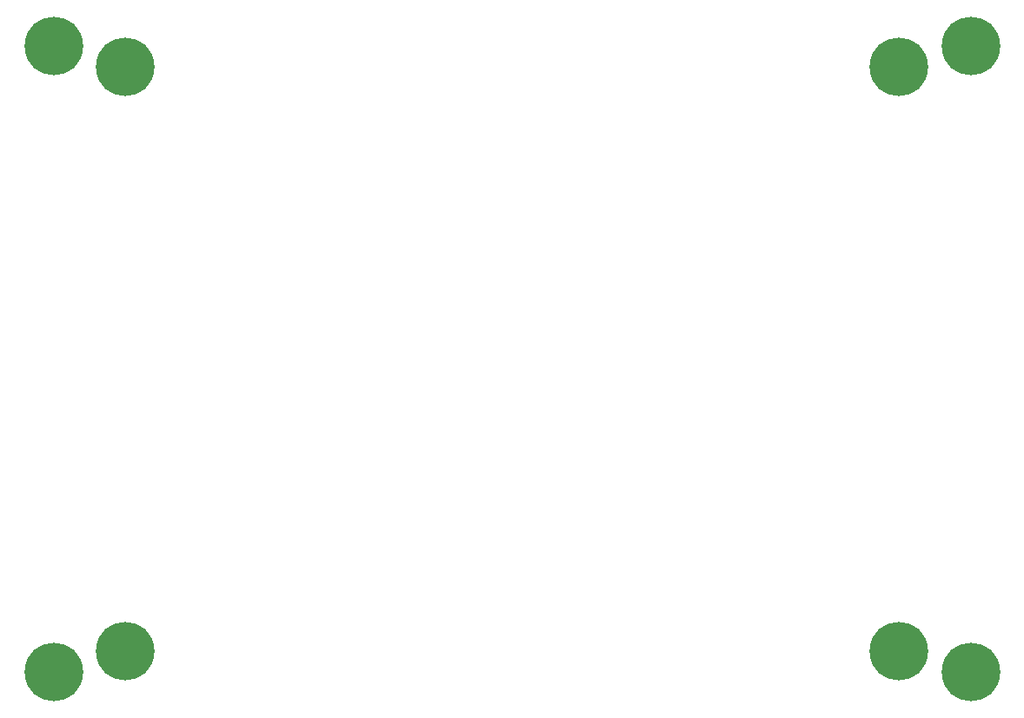
<source format=gbr>
G04 #@! TF.GenerationSoftware,KiCad,Pcbnew,(5.1.7)-1*
G04 #@! TF.CreationDate,2020-12-29T17:01:12+00:00*
G04 #@! TF.ProjectId,Panel,50616e65-6c2e-46b6-9963-61645f706362,rev?*
G04 #@! TF.SameCoordinates,Original*
G04 #@! TF.FileFunction,Soldermask,Top*
G04 #@! TF.FilePolarity,Negative*
%FSLAX46Y46*%
G04 Gerber Fmt 4.6, Leading zero omitted, Abs format (unit mm)*
G04 Created by KiCad (PCBNEW (5.1.7)-1) date 2020-12-29 17:01:12*
%MOMM*%
%LPD*%
G01*
G04 APERTURE LIST*
%ADD10C,5.702000*%
G04 APERTURE END LIST*
D10*
X210120000Y-67290000D03*
X203120000Y-126290000D03*
X120790000Y-128290000D03*
X120790000Y-67300000D03*
X127790000Y-69290000D03*
X127790000Y-126290000D03*
X203120000Y-69290000D03*
X210120000Y-128290000D03*
M02*

</source>
